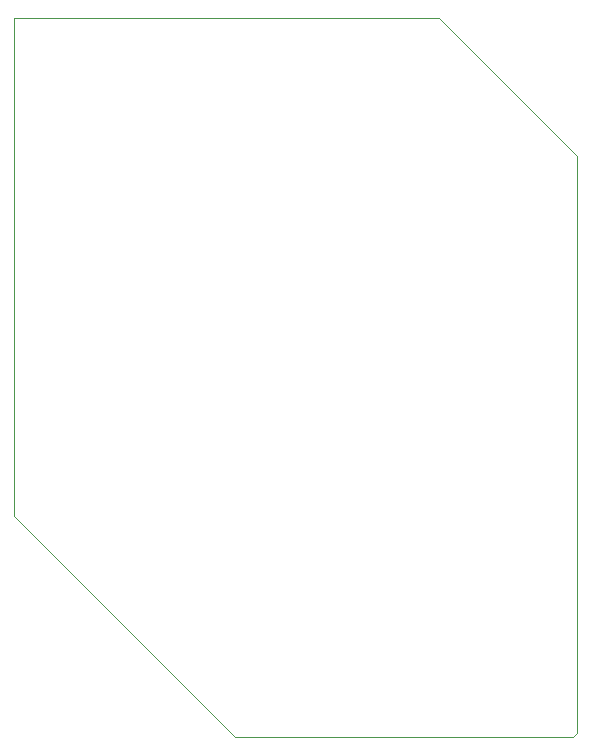
<source format=gbr>
%TF.GenerationSoftware,Altium Limited,Altium Designer,21.1.1 (26)*%
G04 Layer_Color=0*
%FSLAX42Y42*%
%MOMM*%
%TF.SameCoordinates,4B38A6DA-841C-4E6F-8FC0-14FCB5F023F9*%
%TF.FilePolarity,Positive*%
%TF.FileFunction,Profile,NP*%
%TF.Part,Single*%
G01*
G75*
%TA.AperFunction,Profile*%
%ADD46C,0.03*%
D46*
X6502Y7290D02*
X8375Y5417D01*
X11234D01*
X11265Y5448D01*
Y10338D01*
X10096Y11506D01*
X6502D01*
Y7290D01*
%TF.MD5,83472df669385cf642810686c7bae8b4*%
M02*

</source>
